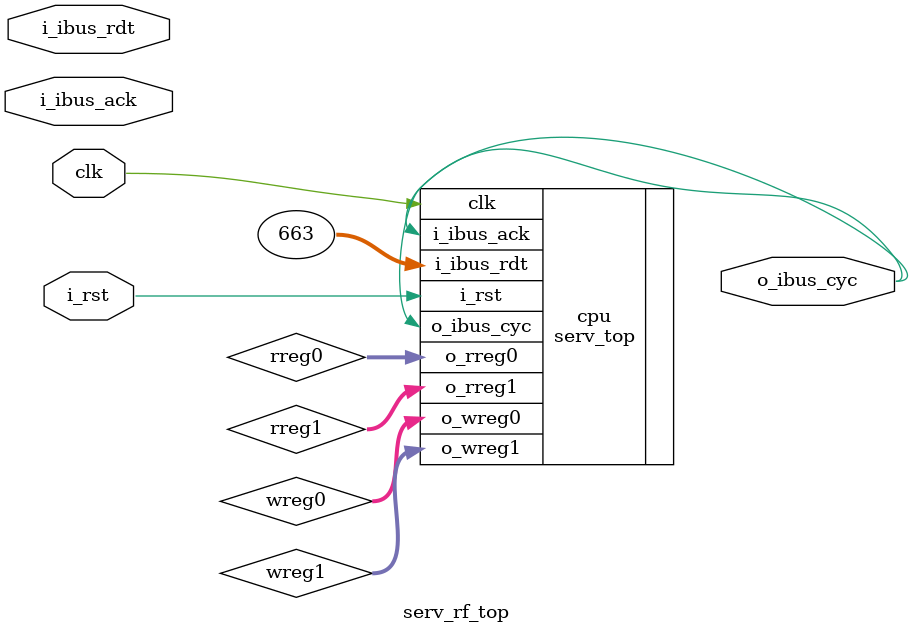
<source format=v>

`default_nettype none

module serv_rf_top
  (
   input wire         clk,
   input wire         i_rst,
   output wire         o_ibus_cyc,
   input wire [31:0]  i_ibus_rdt,
   input wire         i_ibus_ack);
   

   wire [4+1:0] wreg0;
   wire [4+1:0] wreg1;
   wire [4+1:0] rreg0;
   wire [4+1:0] rreg1;

   serv_top
   cpu
     (
      .clk      (clk),
      .i_rst    (i_rst),
      .o_wreg0     (wreg0),
      .o_wreg1     (wreg1),
      .o_rreg0     (rreg0),
      .o_rreg1     (rreg1),

      .o_ibus_cyc   (o_ibus_cyc),
      .i_ibus_rdt   (32'h00000297/*i_ibus_rdt*/),
      .i_ibus_ack   (o_ibus_cyc));

endmodule
`default_nettype wire

</source>
